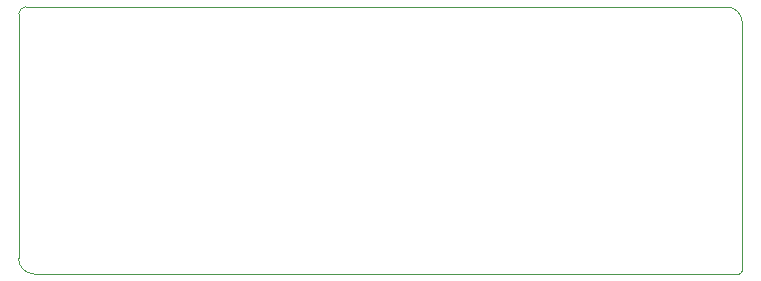
<source format=gko>
G04 Layer_Color=16711935*
%FSLAX24Y24*%
%MOIN*%
G70*
G01*
G75*
%ADD83C,0.0030*%
D83*
X239Y8900D02*
G03*
X0Y8661I0J-239D01*
G01*
X24010Y0D02*
G03*
X24120Y110I0J110D01*
G01*
X0Y516D02*
G03*
X516Y0I516J0D01*
G01*
X24120Y8384D02*
G03*
X23604Y8900I-516J0D01*
G01*
X0Y516D02*
Y8661D01*
X239Y8900D02*
X23604D01*
X516Y0D02*
X24010D01*
X24120Y110D02*
Y7640D01*
Y8384D01*
M02*

</source>
